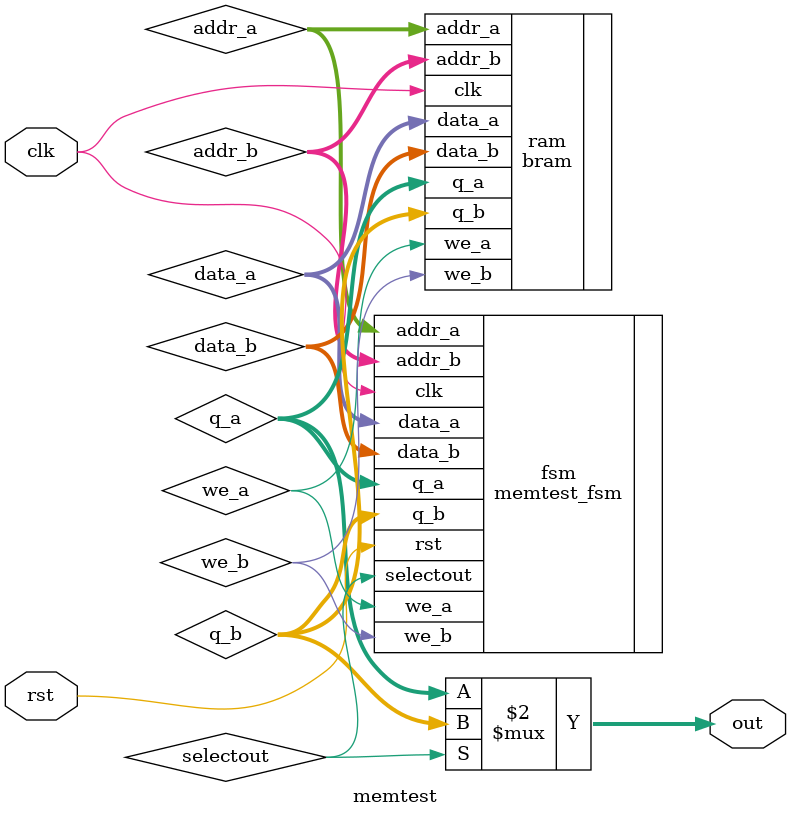
<source format=v>
module memtest (
    input clk,
    input rst,
    output [15:0] out
);

wire [15:0] q_a;
wire [15:0] q_b;
wire we_a;
wire we_b;
wire [15:0] data_a;
wire [15:0] data_b;
wire [9:0] addr_a;
wire [9:0] addr_b;
wire selectout;

assign out = selectout == 0 ? q_a : q_b;

memtest_fsm fsm (
    .clk(clk),
    .rst(rst),
    .q_a(q_a),
    .q_b(q_b),
    .we_a(we_a),
    .we_b(we_b),
    .data_a(data_a),
    .data_b(data_b),
    .addr_a(addr_a),
    .addr_b(addr_b),
    .selectout(selectout)
);

bram #(
    .HEX_FILE("memtest.hex"),
    .DATA_WIDTH(16),
    .ADDR_WIDTH(10)
) ram (
    .data_a(data_a),
    .data_b(data_b),
    .addr_a(addr_a),
    .addr_b(addr_b),
    .we_a(we_a),
    .we_b(we_b),
    .clk(clk),
    .q_a(q_a),
    .q_b(q_b)
);

endmodule

</source>
